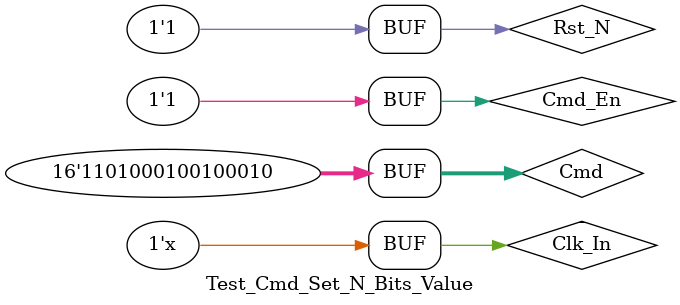
<source format=v>
`timescale 1ns / 1ps


module Test_Cmd_Set_N_Bits_Value(

    );


	reg Clk_In;
	reg Rst_N;
	reg [16:1] Cmd;
	reg Cmd_En;
	wire [8:1] Output_Final;
	wire [4:1] Sig_Output;
	initial
	begin
		Clk_In = 1'b0;
		Rst_N = 1'b0;
		Cmd_En = 1'b0;
		Cmd = 16'h0;
		#200
		Rst_N = 1'b1;
		Cmd_En = 1'b1;
		Cmd = 16'he123;
		#100
		Cmd = 16'hd12a;
		#500
		Cmd = 16'hd122;
	end		

	always @ (*)
	begin
		#12.5
		Clk_In <= ~Clk_In;
	end	

 Cmd_Set_N_Bits_Value  
	#(
 .LENGTH_CMD(4'd12),
 .LENGTH_VALUE(4'd4),
 .EFFECT_CMD(12'hd12),
 .DEFAULT_VALUE(4'd0))
	Cmd_Set_N_Bits_Value_Inst(
    .Clk_In(Clk_In),
    .Rst_N(Rst_N),
    .Cmd_In(Cmd),
    .Cmd_En(Cmd_En),
    .Output_Valid_Sig(Sig_Output)
    );	
	 Hex_2_ASCII Hex_2_ASCII_Inst(
    .In_Hex(Sig_Output),//4bit Hex
    .Out_ASCII(Output_Final)//8bit ASCII
    );
endmodule

</source>
